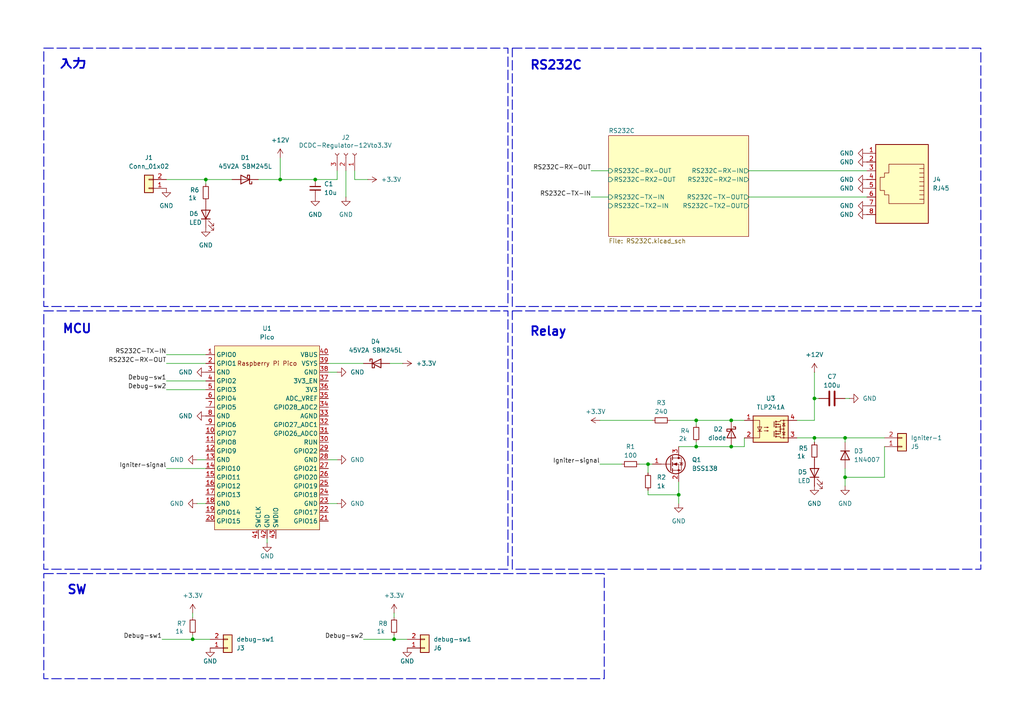
<source format=kicad_sch>
(kicad_sch (version 20231120) (generator "eeschema") (generator_version "8.0")
  (paper "A4")
  (lib_symbols
    (symbol "Connector:Conn_01x03_Socket" (pin_names (offset 1.016) hide)
      (property "Reference" "J" (at 0 5.08 0))
      (property "Value" "Conn_01x03_Socket" (at 0 -5.08 0))
      (symbol "Conn_01x03_Socket_1_1"
        (arc (start 0 -2.032) (mid -0.5058 -2.54) (end 0 -3.048) (stroke (width 0.1524)))
        (polyline (pts (xy -1.27 -2.54) (xy -0.508 -2.54)) (stroke (width 0.1524)))
        (polyline (pts (xy -1.27 0) (xy -0.508 0)) (stroke (width 0.1524)))
        (polyline (pts (xy -1.27 2.54) (xy -0.508 2.54)) (stroke (width 0.1524)))
        (arc (start 0 0.508) (mid -0.5058 0) (end 0 -0.508) (stroke (width 0.1524)))
        (arc (start 0 3.048) (mid -0.5058 2.54) (end 0 2.032) (stroke (width 0.1524)))
        (pin passive line (at -5.08 2.54 0) (length 3.81) (name "Pin_1") (number "1"))
        (pin passive line (at -5.08 0 0) (length 3.81) (name "Pin_2") (number "2"))
        (pin passive line (at -5.08 -2.54 0) (length 3.81) (name "Pin_3") (number "3"))
      )
    )
    (symbol "Connector:RJ45" (pin_names (offset 1.016))
      (property "Reference" "J" (at -5.08 13.97 0))
      (property "Value" "RJ45" (at 2.54 13.97 0))
      (symbol "RJ45_0_1"
        (polyline (pts (xy -5.08 4.445) (xy -6.35 4.445)))
        (polyline (pts (xy -5.08 5.715) (xy -6.35 5.715)))
        (polyline (pts (xy -6.35 -3.175) (xy -5.08 -3.175) (xy -5.08 -3.175)))
        (polyline (pts (xy -6.35 -1.905) (xy -5.08 -1.905) (xy -5.08 -1.905)))
        (polyline (pts (xy -6.35 -0.635) (xy -5.08 -0.635) (xy -5.08 -0.635)))
        (polyline (pts (xy -6.35 0.635) (xy -5.08 0.635) (xy -5.08 0.635)))
        (polyline (pts (xy -6.35 1.905) (xy -5.08 1.905) (xy -5.08 1.905)))
        (polyline (pts (xy -5.08 3.175) (xy -6.35 3.175) (xy -6.35 3.175)))
        (polyline (pts (xy -6.35 -4.445) (xy -6.35 6.985) (xy 3.81 6.985) (xy 3.81 4.445) (xy 5.08 4.445) (xy 5.08 3.175) (xy 6.35 3.175) (xy 6.35 -0.635) (xy 5.08 -0.635) (xy 5.08 -1.905) (xy 3.81 -1.905) (xy 3.81 -4.445) (xy -6.35 -4.445) (xy -6.35 -4.445)))
        (rectangle (start 7.62 12.7) (end -7.62 -10.16) (stroke (width 0.254)) (fill (type background)))
      )
      (symbol "RJ45_1_1"
        (pin passive line (at 10.16 -7.62 180) (length 2.54) (name "~") (number "1"))
        (pin passive line (at 10.16 -5.08 180) (length 2.54) (name "~") (number "2"))
        (pin passive line (at 10.16 -2.54 180) (length 2.54) (name "~") (number "3"))
        (pin passive line (at 10.16 0 180) (length 2.54) (name "~") (number "4"))
        (pin passive line (at 10.16 2.54 180) (length 2.54) (name "~") (number "5"))
        (pin passive line (at 10.16 5.08 180) (length 2.54) (name "~") (number "6"))
        (pin passive line (at 10.16 7.62 180) (length 2.54) (name "~") (number "7"))
        (pin passive line (at 10.16 10.16 180) (length 2.54) (name "~") (number "8"))
      )
    )
    (symbol "Connector_Generic:Conn_01x02" (pin_names (offset 1.016) hide)
      (property "Reference" "J" (at 0 2.54 0))
      (property "Value" "Conn_01x02" (at 0 -5.08 0))
      (symbol "Conn_01x02_1_1"
        (rectangle (start -1.27 -2.413) (end 0 -2.667) (stroke (width 0.1524)))
        (rectangle (start -1.27 0.127) (end 0 -0.127) (stroke (width 0.1524)))
        (rectangle (start -1.27 1.27) (end 1.27 -3.81) (stroke (width 0.254)) (fill (type background)))
        (pin passive line (at -5.08 0 0) (length 3.81) (name "Pin_1") (number "1"))
        (pin passive line (at -5.08 -2.54 0) (length 3.81) (name "Pin_2") (number "2"))
      )
    )
    (symbol "Device:C" (pin_numbers hide) (pin_names (offset 0.254))
      (property "Reference" "C" (at 0.635 2.54 0))
      (property "Value" "C" (at 0.635 -2.54 0))
      (symbol "C_0_1"
        (polyline (pts (xy -2.032 -0.762) (xy 2.032 -0.762)) (stroke (width 0.508)))
        (polyline (pts (xy -2.032 0.762) (xy 2.032 0.762)) (stroke (width 0.508)))
      )
      (symbol "C_1_1"
        (pin passive line (at 0 3.81 270) (length 2.794) (name "~") (number "1"))
        (pin passive line (at 0 -3.81 90) (length 2.794) (name "~") (number "2"))
      )
    )
    (symbol "Device:C_Small" (pin_numbers hide) (pin_names (offset 0.254) hide)
      (property "Reference" "C" (at 0.254 1.778 0))
      (property "Value" "C_Small" (at 0.254 -2.032 0))
      (symbol "C_Small_0_1"
        (polyline (pts (xy -1.524 -0.508) (xy 1.524 -0.508)) (stroke (width 0.3302)))
        (polyline (pts (xy -1.524 0.508) (xy 1.524 0.508)) (stroke (width 0.3048)))
      )
      (symbol "C_Small_1_1"
        (pin passive line (at 0 2.54 270) (length 2.032) (name "~") (number "1"))
        (pin passive line (at 0 -2.54 90) (length 2.032) (name "~") (number "2"))
      )
    )
    (symbol "Device:D_Schottky" (pin_numbers hide) (pin_names (offset 1.016) hide)
      (property "Reference" "D" (at 0 2.54 0))
      (property "Value" "D_Schottky" (at 0 -2.54 0))
      (symbol "D_Schottky_0_1"
        (polyline (pts (xy 1.27 0) (xy -1.27 0)))
        (polyline (pts (xy 1.27 1.27) (xy 1.27 -1.27) (xy -1.27 0) (xy 1.27 1.27)) (stroke (width 0.254)))
        (polyline (pts (xy -1.905 0.635) (xy -1.905 1.27) (xy -1.27 1.27) (xy -1.27 -1.27) (xy -0.635 -1.27) (xy -0.635 -0.635)) (stroke (width 0.254)))
      )
      (symbol "D_Schottky_1_1"
        (pin passive line (at -3.81 0 0) (length 2.54) (name "K") (number "1"))
        (pin passive line (at 3.81 0 180) (length 2.54) (name "A") (number "2"))
      )
    )
    (symbol "Device:LED" (pin_numbers hide) (pin_names (offset 1.016) hide)
      (property "Reference" "D" (at 0 2.54 0))
      (property "Value" "LED" (at 0 -2.54 0))
      (symbol "LED_0_1"
        (polyline (pts (xy -1.27 -1.27) (xy -1.27 1.27)) (stroke (width 0.254)))
        (polyline (pts (xy -1.27 0) (xy 1.27 0)))
        (polyline (pts (xy 1.27 -1.27) (xy 1.27 1.27) (xy -1.27 0) (xy 1.27 -1.27)) (stroke (width 0.254)))
        (polyline (pts (xy -3.048 -0.762) (xy -4.572 -2.286) (xy -3.81 -2.286) (xy -4.572 -2.286) (xy -4.572 -1.524)))
        (polyline (pts (xy -1.778 -0.762) (xy -3.302 -2.286) (xy -2.54 -2.286) (xy -3.302 -2.286) (xy -3.302 -1.524)))
      )
      (symbol "LED_1_1"
        (pin passive line (at -3.81 0 0) (length 2.54) (name "K") (number "1"))
        (pin passive line (at 3.81 0 180) (length 2.54) (name "A") (number "2"))
      )
    )
    (symbol "Device:R_Small" (pin_numbers hide) (pin_names (offset 0.254) hide)
      (property "Reference" "R" (at 0.762 0.508 0))
      (property "Value" "R_Small" (at 0.762 -1.016 0))
      (symbol "R_Small_0_1"
        (rectangle (start -0.762 1.778) (end 0.762 -1.778) (stroke (width 0.2032)))
      )
      (symbol "R_Small_1_1"
        (pin passive line (at 0 2.54 270) (length 0.762) (name "~") (number "1"))
        (pin passive line (at 0 -2.54 90) (length 0.762) (name "~") (number "2"))
      )
    )
    (symbol "Diode:1N4007" (pin_numbers hide) (pin_names hide)
      (property "Reference" "D" (at 0 2.54 0))
      (property "Value" "1N4007" (at 0 -2.54 0))
      (symbol "1N4007_0_1"
        (polyline (pts (xy -1.27 1.27) (xy -1.27 -1.27)) (stroke (width 0.254)))
        (polyline (pts (xy 1.27 0) (xy -1.27 0)))
        (polyline (pts (xy 1.27 1.27) (xy 1.27 -1.27) (xy -1.27 0) (xy 1.27 1.27)) (stroke (width 0.254)))
      )
      (symbol "1N4007_1_1"
        (pin passive line (at -3.81 0 0) (length 2.54) (name "K") (number "1"))
        (pin passive line (at 3.81 0 180) (length 2.54) (name "A") (number "2"))
      )
    )
    (symbol "MCU_RaspberryPi_and_Boards:Pico"
      (property "Reference" "U" (at -13.97 27.94 0))
      (property "Value" "Pico" (at 0 19.05 0))
      (symbol "Pico_0_0"
        (text "Raspberry Pi Pico" (at 0 21.59 0) (effects (font (size 1.27 1.27))))
      )
      (symbol "Pico_0_1"
        (rectangle (start -15.24 26.67) (end 15.24 -26.67) (fill (type background)))
      )
      (symbol "Pico_1_1"
        (pin bidirectional line (at -17.78 24.13 0) (length 2.54) (name "GPIO0") (number "1"))
        (pin bidirectional line (at -17.78 1.27 0) (length 2.54) (name "GPIO7") (number "10"))
        (pin bidirectional line (at -17.78 -1.27 0) (length 2.54) (name "GPIO8") (number "11"))
        (pin bidirectional line (at -17.78 -3.81 0) (length 2.54) (name "GPIO9") (number "12"))
        (pin power_in line (at -17.78 -6.35 0) (length 2.54) (name "GND") (number "13"))
        (pin bidirectional line (at -17.78 -8.89 0) (length 2.54) (name "GPIO10") (number "14"))
        (pin bidirectional line (at -17.78 -11.43 0) (length 2.54) (name "GPIO11") (number "15"))
        (pin bidirectional line (at -17.78 -13.97 0) (length 2.54) (name "GPIO12") (number "16"))
        (pin bidirectional line (at -17.78 -16.51 0) (length 2.54) (name "GPIO13") (number "17"))
        (pin power_in line (at -17.78 -19.05 0) (length 2.54) (name "GND") (number "18"))
        (pin bidirectional line (at -17.78 -21.59 0) (length 2.54) (name "GPIO14") (number "19"))
        (pin bidirectional line (at -17.78 21.59 0) (length 2.54) (name "GPIO1") (number "2"))
        (pin bidirectional line (at -17.78 -24.13 0) (length 2.54) (name "GPIO15") (number "20"))
        (pin bidirectional line (at 17.78 -24.13 180) (length 2.54) (name "GPIO16") (number "21"))
        (pin bidirectional line (at 17.78 -21.59 180) (length 2.54) (name "GPIO17") (number "22"))
        (pin power_in line (at 17.78 -19.05 180) (length 2.54) (name "GND") (number "23"))
        (pin bidirectional line (at 17.78 -16.51 180) (length 2.54) (name "GPIO18") (number "24"))
        (pin bidirectional line (at 17.78 -13.97 180) (length 2.54) (name "GPIO19") (number "25"))
        (pin bidirectional line (at 17.78 -11.43 180) (length 2.54) (name "GPIO20") (number "26"))
        (pin bidirectional line (at 17.78 -8.89 180) (length 2.54) (name "GPIO21") (number "27"))
        (pin power_in line (at 17.78 -6.35 180) (length 2.54) (name "GND") (number "28"))
        (pin bidirectional line (at 17.78 -3.81 180) (length 2.54) (name "GPIO22") (number "29"))
        (pin power_in line (at -17.78 19.05 0) (length 2.54) (name "GND") (number "3"))
        (pin input line (at 17.78 -1.27 180) (length 2.54) (name "RUN") (number "30"))
        (pin bidirectional line (at 17.78 1.27 180) (length 2.54) (name "GPIO26_ADC0") (number "31"))
        (pin bidirectional line (at 17.78 3.81 180) (length 2.54) (name "GPIO27_ADC1") (number "32"))
        (pin power_in line (at 17.78 6.35 180) (length 2.54) (name "AGND") (number "33"))
        (pin bidirectional line (at 17.78 8.89 180) (length 2.54) (name "GPIO28_ADC2") (number "34"))
        (pin power_in line (at 17.78 11.43 180) (length 2.54) (name "ADC_VREF") (number "35"))
        (pin power_in line (at 17.78 13.97 180) (length 2.54) (name "3V3") (number "36"))
        (pin input line (at 17.78 16.51 180) (length 2.54) (name "3V3_EN") (number "37"))
        (pin bidirectional line (at 17.78 19.05 180) (length 2.54) (name "GND") (number "38"))
        (pin power_in line (at 17.78 21.59 180) (length 2.54) (name "VSYS") (number "39"))
        (pin bidirectional line (at -17.78 16.51 0) (length 2.54) (name "GPIO2") (number "4"))
        (pin power_in line (at 17.78 24.13 180) (length 2.54) (name "VBUS") (number "40"))
        (pin input line (at -2.54 -29.21 90) (length 2.54) (name "SWCLK") (number "41"))
        (pin power_in line (at 0 -29.21 90) (length 2.54) (name "GND") (number "42"))
        (pin bidirectional line (at 2.54 -29.21 90) (length 2.54) (name "SWDIO") (number "43"))
        (pin bidirectional line (at -17.78 13.97 0) (length 2.54) (name "GPIO3") (number "5"))
        (pin bidirectional line (at -17.78 11.43 0) (length 2.54) (name "GPIO4") (number "6"))
        (pin bidirectional line (at -17.78 8.89 0) (length 2.54) (name "GPIO5") (number "7"))
        (pin power_in line (at -17.78 6.35 0) (length 2.54) (name "GND") (number "8"))
        (pin bidirectional line (at -17.78 3.81 0) (length 2.54) (name "GPIO6") (number "9"))
      )
    )
    (symbol "Relay_SolidState:TLP222A"
      (property "Reference" "U" (at -5.08 5.08 0))
      (property "Value" "TLP222A" (at 0 5.08 0))
      (symbol "TLP222A_0_1"
        (rectangle (start -5.08 3.81) (end 5.08 -3.81) (stroke (width 0.254)) (fill (type background)))
        (polyline (pts (xy -3.81 -0.635) (xy -2.54 -0.635)))
        (polyline (pts (xy 1.016 -0.635) (xy 1.016 -2.159)) (stroke (width 0.2032)))
        (polyline (pts (xy 1.016 2.159) (xy 1.016 0.635)) (stroke (width 0.2032)))
        (polyline (pts (xy 1.524 -0.508) (xy 1.524 -0.762)) (stroke (width 0.3556)))
        (polyline (pts (xy 2.794 0) (xy 3.81 0)))
        (polyline (pts (xy 3.429 -1.651) (xy 4.191 -1.651)))
        (polyline (pts (xy 3.429 1.651) (xy 4.191 1.651)))
        (polyline (pts (xy 3.81 -2.54) (xy 3.81 2.54)))
        (polyline (pts (xy 1.524 -2.032) (xy 1.524 -2.286) (xy 1.524 -2.286)) (stroke (width 0.3556)))
        (polyline (pts (xy 1.524 -1.27) (xy 1.524 -1.524) (xy 1.524 -1.524)) (stroke (width 0.3556)))
        (polyline (pts (xy 1.524 0.762) (xy 1.524 0.508) (xy 1.524 0.508)) (stroke (width 0.3556)))
        (polyline (pts (xy 1.524 1.524) (xy 1.524 1.27) (xy 1.524 1.27)) (stroke (width 0.3556)))
        (polyline (pts (xy 1.524 2.286) (xy 1.524 2.032) (xy 1.524 2.032)) (stroke (width 0.3556)))
        (polyline (pts (xy 1.651 -1.397) (xy 2.794 -1.397) (xy 2.794 -0.635)))
        (polyline (pts (xy 1.651 1.397) (xy 2.794 1.397) (xy 2.794 0.635)))
        (polyline (pts (xy -5.08 2.54) (xy -3.175 2.54) (xy -3.175 -2.54) (xy -5.08 -2.54)))
        (polyline (pts (xy -3.175 -0.635) (xy -3.81 0.635) (xy -2.54 0.635) (xy -3.175 -0.635)))
        (polyline (pts (xy 1.651 -2.159) (xy 2.794 -2.159) (xy 2.794 -2.54) (xy 5.08 -2.54)))
        (polyline (pts (xy 1.651 -0.635) (xy 2.794 -0.635) (xy 2.794 0.635) (xy 1.651 0.635)))
        (polyline (pts (xy 1.651 2.159) (xy 2.794 2.159) (xy 2.794 2.54) (xy 5.08 2.54)))
        (polyline (pts (xy 1.778 -1.397) (xy 2.286 -1.27) (xy 2.286 -1.524) (xy 1.778 -1.397)))
        (polyline (pts (xy 1.778 1.397) (xy 2.286 1.524) (xy 2.286 1.27) (xy 1.778 1.397)))
        (polyline (pts (xy 3.81 -1.651) (xy 3.429 -0.889) (xy 4.191 -0.889) (xy 3.81 -1.651)))
        (polyline (pts (xy 3.81 1.651) (xy 3.429 0.889) (xy 4.191 0.889) (xy 3.81 1.651)))
        (polyline (pts (xy -1.905 -0.508) (xy -0.635 -0.508) (xy -1.016 -0.635) (xy -1.016 -0.381) (xy -0.635 -0.508)))
        (polyline (pts (xy -1.905 0.508) (xy -0.635 0.508) (xy -1.016 0.381) (xy -1.016 0.635) (xy -0.635 0.508)))
        (circle (center 2.794 -0.635) (radius 0.127))
        (circle (center 2.794 0) (radius 0.127))
        (circle (center 2.794 0.635) (radius 0.127))
        (circle (center 3.81 -2.54) (radius 0.127))
        (circle (center 3.81 0) (radius 0.127))
        (circle (center 3.81 2.54) (radius 0.127))
      )
      (symbol "TLP222A_1_1"
        (pin passive line (at -7.62 2.54 0) (length 2.54) (name "~") (number "1"))
        (pin passive line (at -7.62 -2.54 0) (length 2.54) (name "~") (number "2"))
        (pin passive line (at 7.62 -2.54 180) (length 2.54) (name "~") (number "3"))
        (pin passive line (at 7.62 2.54 180) (length 2.54) (name "~") (number "4"))
      )
    )
    (symbol "Transistor_FET:BSS138" (pin_names hide)
      (property "Reference" "Q" (at 5.08 1.905 0))
      (property "Value" "BSS138" (at 5.08 0 0))
      (symbol "BSS138_0_1"
        (polyline (pts (xy 0.254 0) (xy -2.54 0)))
        (polyline (pts (xy 0.254 1.905) (xy 0.254 -1.905)) (stroke (width 0.254)))
        (polyline (pts (xy 0.762 -1.27) (xy 0.762 -2.286)) (stroke (width 0.254)))
        (polyline (pts (xy 0.762 0.508) (xy 0.762 -0.508)) (stroke (width 0.254)))
        (polyline (pts (xy 0.762 2.286) (xy 0.762 1.27)) (stroke (width 0.254)))
        (polyline (pts (xy 2.54 2.54) (xy 2.54 1.778)))
        (polyline (pts (xy 2.54 -2.54) (xy 2.54 0) (xy 0.762 0)))
        (polyline (pts (xy 0.762 -1.778) (xy 3.302 -1.778) (xy 3.302 1.778) (xy 0.762 1.778)))
        (polyline (pts (xy 1.016 0) (xy 2.032 0.381) (xy 2.032 -0.381) (xy 1.016 0)) (fill (type outline)))
        (polyline (pts (xy 2.794 0.508) (xy 2.921 0.381) (xy 3.683 0.381) (xy 3.81 0.254)))
        (polyline (pts (xy 3.302 0.381) (xy 2.921 -0.254) (xy 3.683 -0.254) (xy 3.302 0.381)))
        (circle (center 1.651 0) (radius 2.794) (stroke (width 0.254)))
        (circle (center 2.54 -1.778) (radius 0.254) (fill (type outline)))
        (circle (center 2.54 1.778) (radius 0.254) (fill (type outline)))
      )
      (symbol "BSS138_1_1"
        (pin input line (at -5.08 0 0) (length 2.54) (name "G") (number "1"))
        (pin passive line (at 2.54 -5.08 90) (length 2.54) (name "S") (number "2"))
        (pin passive line (at 2.54 5.08 270) (length 2.54) (name "D") (number "3"))
      )
    )
    (symbol "power:+12V" (power) (pin_numbers hide) (pin_names (offset 0) hide)
      (property "Value" "+12V" (at 0 3.556 0))
      (symbol "+12V_0_1"
        (polyline (pts (xy -0.762 1.27) (xy 0 2.54)))
        (polyline (pts (xy 0 0) (xy 0 2.54)))
        (polyline (pts (xy 0 2.54) (xy 0.762 1.27)))
      )
      (symbol "+12V_1_1"
        (pin power_in line (at 0 0 90) (length 0) (name "~") (number "1"))
      )
    )
    (symbol "power:+3.3V" (power) (pin_numbers hide) (pin_names (offset 0) hide)
      (property "Value" "+3.3V" (at 0 3.556 0))
      (symbol "+3.3V_0_1"
        (polyline (pts (xy -0.762 1.27) (xy 0 2.54)))
        (polyline (pts (xy 0 0) (xy 0 2.54)))
        (polyline (pts (xy 0 2.54) (xy 0.762 1.27)))
      )
      (symbol "+3.3V_1_1"
        (pin power_in line (at 0 0 90) (length 0) (name "~") (number "1"))
      )
    )
    (symbol "power:GND" (power) (pin_numbers hide) (pin_names (offset 0) hide)
      (property "Value" "GND" (at 0 -3.81 0))
      (symbol "GND_0_1"
        (polyline (pts (xy 0 0) (xy 0 -1.27) (xy 1.27 -1.27) (xy 0 -2.54) (xy -1.27 -1.27) (xy 0 -1.27)))
      )
      (symbol "GND_1_1"
        (pin power_in line (at 0 0 270) (length 0) (name "~") (number "1"))
      )
    )
  )
  (junction (at 187.96 134.62))
  (junction (at 201.93 121.92))
  (junction (at 212.09 121.92))
  (junction (at 91.44 52.07))
  (junction (at 236.22 127))
  (junction (at 212.09 129.54))
  (junction (at 59.69 52.07))
  (junction (at 55.88 185.42))
  (junction (at 196.85 143.51))
  (junction (at 81.28 52.07))
  (junction (at 236.22 115.57))
  (junction (at 245.11 138.43))
  (junction (at 114.3 185.42))
  (junction (at 245.11 127))
  (junction (at 201.93 129.54))
  (wire (pts (xy 237.49 115.57) (xy 236.22 115.57)))
  (wire (pts (xy 113.03 105.41) (xy 116.84 105.41)))
  (wire (pts (xy 187.96 143.51) (xy 196.85 143.51)))
  (wire (pts (xy 256.54 129.54) (xy 256.54 138.43)))
  (wire (pts (xy 217.17 57.15) (xy 251.46 57.15)))
  (wire (pts (xy 59.69 52.07) (xy 67.31 52.07)))
  (wire (pts (xy 246.38 115.57) (xy 245.11 115.57)))
  (wire (pts (xy 201.93 129.54) (xy 212.09 129.54)))
  (wire (pts (xy 196.85 129.54) (xy 201.93 129.54)))
  (wire (pts (xy 55.88 185.42) (xy 60.96 185.42)))
  (wire (pts (xy 256.54 127) (xy 245.11 127)))
  (wire (pts (xy 55.88 184.15) (xy 55.88 185.42)))
  (wire (pts (xy 55.88 177.8) (xy 55.88 179.07)))
  (wire (pts (xy 59.69 146.05) (xy 57.15 146.05)))
  (wire (pts (xy 105.41 185.42) (xy 114.3 185.42)))
  (wire (pts (xy 81.28 45.72) (xy 81.28 52.07)))
  (wire (pts (xy 173.99 121.92) (xy 189.23 121.92)))
  (wire (pts (xy 74.93 52.07) (xy 81.28 52.07)))
  (wire (pts (xy 95.25 105.41) (xy 105.41 105.41)))
  (wire (pts (xy 81.28 52.07) (xy 91.44 52.07)))
  (wire (pts (xy 77.47 156.21) (xy 77.47 157.48)))
  (wire (pts (xy 201.93 123.19) (xy 201.93 121.92)))
  (wire (pts (xy 114.3 184.15) (xy 114.3 185.42)))
  (wire (pts (xy 46.99 185.42) (xy 55.88 185.42)))
  (wire (pts (xy 236.22 127) (xy 245.11 127)))
  (wire (pts (xy 236.22 115.57) (xy 236.22 121.92)))
  (wire (pts (xy 212.09 121.92) (xy 215.9 121.92)))
  (wire (pts (xy 48.26 102.87) (xy 59.69 102.87)))
  (wire (pts (xy 48.26 113.03) (xy 59.69 113.03)))
  (wire (pts (xy 173.99 134.62) (xy 180.34 134.62)))
  (wire (pts (xy 171.45 57.15) (xy 176.53 57.15)))
  (wire (pts (xy 236.22 121.92) (xy 231.14 121.92)))
  (wire (pts (xy 187.96 143.51) (xy 187.96 142.24)))
  (wire (pts (xy 187.96 134.62) (xy 189.23 134.62)))
  (wire (pts (xy 245.11 127) (xy 245.11 128.27)))
  (wire (pts (xy 256.54 138.43) (xy 245.11 138.43)))
  (wire (pts (xy 185.42 134.62) (xy 187.96 134.62)))
  (wire (pts (xy 48.26 135.89) (xy 59.69 135.89)))
  (wire (pts (xy 231.14 127) (xy 236.22 127)))
  (wire (pts (xy 48.26 105.41) (xy 59.69 105.41)))
  (wire (pts (xy 215.9 129.54) (xy 212.09 129.54)))
  (wire (pts (xy 95.25 146.05) (xy 97.79 146.05)))
  (wire (pts (xy 114.3 177.8) (xy 114.3 179.07)))
  (wire (pts (xy 236.22 128.27) (xy 236.22 127)))
  (wire (pts (xy 187.96 134.62) (xy 187.96 137.16)))
  (wire (pts (xy 59.69 53.34) (xy 59.69 52.07)))
  (wire (pts (xy 201.93 128.27) (xy 201.93 129.54)))
  (wire (pts (xy 97.79 52.07) (xy 97.79 49.53)))
  (wire (pts (xy 201.93 121.92) (xy 212.09 121.92)))
  (wire (pts (xy 106.68 52.07) (xy 102.87 52.07)))
  (wire (pts (xy 100.33 49.53) (xy 100.33 57.15)))
  (wire (pts (xy 245.11 138.43) (xy 245.11 140.97)))
  (wire (pts (xy 95.25 133.35) (xy 97.79 133.35)))
  (wire (pts (xy 245.11 135.89) (xy 245.11 138.43)))
  (wire (pts (xy 114.3 185.42) (xy 118.11 185.42)))
  (wire (pts (xy 91.44 52.07) (xy 97.79 52.07)))
  (wire (pts (xy 196.85 143.51) (xy 196.85 146.05)))
  (wire (pts (xy 102.87 52.07) (xy 102.87 49.53)))
  (wire (pts (xy 95.25 107.95) (xy 97.79 107.95)))
  (wire (pts (xy 48.26 52.07) (xy 59.69 52.07)))
  (wire (pts (xy 196.85 143.51) (xy 196.85 139.7)))
  (wire (pts (xy 217.17 49.53) (xy 251.46 49.53)))
  (wire (pts (xy 215.9 127) (xy 215.9 129.54)))
  (wire (pts (xy 59.69 133.35) (xy 57.15 133.35)))
  (wire (pts (xy 171.45 49.53) (xy 176.53 49.53)))
  (wire (pts (xy 194.31 121.92) (xy 201.93 121.92)))
  (wire (pts (xy 236.22 107.95) (xy 236.22 115.57)))
  (wire (pts (xy 48.26 110.49) (xy 59.69 110.49)))
  (rectangle (start 12.7 90.17) (end 147.32 165.1) (stroke (width 0.254) (type dash)))
  (rectangle (start 12.7 13.97) (end 147.32 88.9) (stroke (width 0.254) (type dash)))
  (rectangle (start 148.59 90.17) (end 284.48 165.1) (stroke (width 0.254) (type dash)))
  (rectangle (start 12.7 166.37) (end 175.26 196.85) (stroke (width 0.254) (type dash)))
  (rectangle (start 148.59 13.97) (end 284.48 88.9) (stroke (width 0.254) (type dash)))
  (text "MCU" (at 22.352 95.504 0) (effects (font (size 2.54 2.54) (thickness 0.508) (bold yes))))
  (text "Relay" (at 159.004 96.266 0) (effects (font (size 2.54 2.54) (thickness 0.508) (bold yes))))
  (text "RS232C" (at 161.29 19.05 0) (effects (font (size 2.54 2.54) (thickness 0.508) (bold yes))))
  (text "入力" (at 21.082 18.796 0) (effects (font (size 2.54 2.54) (thickness 0.508) (bold yes))))
  (text "SW" (at 22.352 171.196 0) (effects (font (size 2.54 2.54) (thickness 0.508) (bold yes))))
  (label "Igniter-signal" (at 48.26 135.89 180))
  (label "Debug-sw1" (at 48.26 110.49 180))
  (label "RS232C-TX-IN" (at 48.26 102.87 180))
  (label "Igniter-signal" (at 173.99 134.62 180))
  (label "Debug-sw2" (at 105.41 185.42 180))
  (label "RS232C-RX-OUT" (at 48.26 105.41 180))
  (label "RS232C-RX-OUT" (at 171.45 49.53 180))
  (label "Debug-sw1" (at 46.99 185.42 180))
  (label "Debug-sw2" (at 48.26 113.03 180))
  (label "RS232C-TX-IN" (at 171.45 57.15 180))
  (symbol (lib_id "power:GND") (at 77.47 157.48 0) (unit 1)
    (property "Reference" "#PWR024" (effects (hide yes)))
    (property "Value" "GND" (at 79.502 161.29 0) (effects (justify right)))
    (property "Description" "Power symbol creates a global label with name \"GND\" , ground" (effects (hide yes)))
  )
  (symbol (lib_id "Device:D_Schottky") (at 212.09 125.73 270) (unit 1)
    (property "Reference" "D2" (at 208.28 124.46 90))
    (property "Value" "diode" (at 208.026 127 90))
    (property "Description" "Schottky diode" (effects (hide yes)))
  )
  (symbol (lib_id "Device:R_Small") (at 191.77 121.92 270) (unit 1)
    (property "Reference" "R3" (at 191.77 116.84 90))
    (property "Value" "240" (at 191.77 119.38 90))
    (property "Description" "Resistor, small symbol" (effects (hide yes)))
  )
  (symbol (lib_id "power:GND") (at 196.85 146.05 0) (unit 1)
    (property "Reference" "#PWR015" (effects (hide yes)))
    (property "Value" "GND" (at 196.85 151.13 0))
    (property "Description" "Power symbol creates a global label with name \"GND\" , ground" (effects (hide yes)))
  )
  (symbol (lib_id "Device:R_Small") (at 236.22 130.81 180) (unit 1)
    (property "Reference" "R5" (at 231.648 130.048 0) (effects (justify right)))
    (property "Value" "1k" (at 231.14 132.334 0) (effects (justify right)))
    (property "Description" "Resistor, small symbol" (effects (hide yes)))
  )
  (symbol (lib_id "power:GND") (at 251.46 44.45 270) (unit 1)
    (property "Reference" "#PWR025" (effects (hide yes)))
    (property "Value" "GND" (at 247.65 44.4499 90) (effects (justify right)))
    (property "Description" "Power symbol creates a global label with name \"GND\" , ground" (effects (hide yes)))
  )
  (symbol (lib_id "power:+12V") (at 236.22 107.95 0) (unit 1)
    (property "Reference" "#PWR017" (effects (hide yes)))
    (property "Value" "+12V" (at 236.22 102.87 0))
    (property "Description" "Power symbol creates a global label with name \"+12V\"" (effects (hide yes)))
  )
  (symbol (lib_id "power:GND") (at 97.79 133.35 90) (unit 1)
    (property "Reference" "#PWR020" (effects (hide yes)))
    (property "Value" "GND" (at 101.6 133.3499 90) (effects (justify right)))
    (property "Description" "Power symbol creates a global label with name \"GND\" , ground" (effects (hide yes)))
  )
  (symbol (lib_id "Diode:1N4007") (at 245.11 132.08 270) (unit 1)
    (property "Reference" "D3" (at 247.65 130.8099 90) (effects (justify left)))
    (property "Value" "1N4007" (at 247.65 133.3499 90) (effects (justify left)))
    (property "Footprint" "Diode_THT:D_DO-41_SOD81_P10.16mm_Horizontal" (effects (hide yes)))
    (property "Datasheet" "http://www.vishay.com/docs/88503/1n4001.pdf" (effects (hide yes)))
    (property "Description" "1000V 1A General Purpose Rectifier Diode, DO-41" (effects (hide yes)))
    (property "Sim.Device" "D" (effects (hide yes)))
    (property "Sim.Pins" "1=K 2=A" (effects (hide yes)))
  )
  (symbol (lib_id "Connector_Generic:Conn_01x02") (at 261.62 129.54 0) (mirror x) (unit 1)
    (property "Reference" "J5" (at 264.16 129.5401 0) (effects (justify left)))
    (property "Value" "Igniter-1" (at 264.16 127.0001 0) (effects (justify left)))
    (property "Footprint" "Connector_JST:JST_XH_B2B-XH-A_1x02_P2.50mm_Vertical" (effects (hide yes)))
    (property "Description" "Generic connector, single row, 01x02, script generated (kicad-library-utils/schlib/autogen/connector/)" (effects (hide yes)))
  )
  (symbol (lib_id "power:GND") (at 97.79 146.05 90) (unit 1)
    (property "Reference" "#PWR019" (effects (hide yes)))
    (property "Value" "GND" (at 101.6 146.0499 90) (effects (justify right)))
    (property "Description" "Power symbol creates a global label with name \"GND\" , ground" (effects (hide yes)))
  )
  (symbol (lib_id "power:GND") (at 251.46 62.23 270) (unit 1)
    (property "Reference" "#PWR027" (effects (hide yes)))
    (property "Value" "GND" (at 247.65 62.2299 90) (effects (justify right)))
    (property "Description" "Power symbol creates a global label with name \"GND\" , ground" (effects (hide yes)))
  )
  (symbol (lib_id "power:GND") (at 97.79 107.95 90) (unit 1)
    (property "Reference" "#PWR07" (effects (hide yes)))
    (property "Value" "GND" (at 101.6 107.9499 90) (effects (justify right)))
    (property "Description" "Power symbol creates a global label with name \"GND\" , ground" (effects (hide yes)))
  )
  (symbol (lib_id "power:+3.3V") (at 55.88 177.8 0) (unit 1)
    (property "Reference" "#PWR034" (effects (hide yes)))
    (property "Value" "+3.3V" (at 55.88 172.72 0))
    (property "Description" "Power symbol creates a global label with name \"+3.3V\"" (effects (hide yes)))
  )
  (symbol (lib_id "power:GND") (at 251.46 59.69 270) (unit 1)
    (property "Reference" "#PWR026" (effects (hide yes)))
    (property "Value" "GND" (at 247.65 59.6899 90) (effects (justify right)))
    (property "Description" "Power symbol creates a global label with name \"GND\" , ground" (effects (hide yes)))
  )
  (symbol (lib_id "power:GND") (at 91.44 57.15 0) (unit 1)
    (property "Reference" "#PWR028" (effects (hide yes)))
    (property "Value" "GND" (at 91.44 62.23 0))
    (property "Description" "Power symbol creates a global label with name \"GND\" , ground" (effects (hide yes)))
  )
  (symbol (lib_id "Device:LED") (at 59.69 62.23 90) (unit 1)
    (property "Reference" "D6" (at 54.864 61.976 90) (effects (justify right)))
    (property "Value" "LED" (at 54.864 64.516 90) (effects (justify right)))
    (property "Description" "Light emitting diode" (effects (hide yes)))
  )
  (symbol (lib_id "Device:C") (at 241.3 115.57 90) (unit 1)
    (property "Reference" "C7" (at 241.3 109.22 90))
    (property "Value" "100u" (at 241.3 111.76 90))
    (property "Description" "Unpolarized capacitor" (effects (hide yes)))
  )
  (symbol (lib_id "Connector_Generic:Conn_01x02") (at 66.04 187.96 0) (mirror x) (unit 1)
    (property "Reference" "J3" (at 68.58 187.9601 0) (effects (justify left)))
    (property "Value" "debug-sw1" (at 68.58 185.4201 0) (effects (justify left)))
    (property "Footprint" "Connector_JST:JST_XH_B2B-XH-A_1x02_P2.50mm_Vertical" (effects (hide yes)))
    (property "Description" "Generic connector, single row, 01x02, script generated (kicad-library-utils/schlib/autogen/connector/)" (effects (hide yes)))
  )
  (symbol (lib_id "power:GND") (at 246.38 115.57 90) (unit 1)
    (property "Reference" "#PWR036" (effects (hide yes)))
    (property "Value" "GND" (at 250.19 115.5699 90) (effects (justify right)))
    (property "Description" "Power symbol creates a global label with name \"GND\" , ground" (effects (hide yes)))
  )
  (symbol (lib_id "power:GND") (at 60.96 187.96 0) (unit 1)
    (property "Reference" "#PWR032" (effects (hide yes)))
    (property "Value" "GND" (at 62.992 191.77 0) (effects (justify right)))
    (property "Description" "Power symbol creates a global label with name \"GND\" , ground" (effects (hide yes)))
  )
  (symbol (lib_id "Relay_SolidState:TLP222A") (at 223.52 124.46 0) (unit 1)
    (property "Reference" "U3" (at 223.52 115.57 0))
    (property "Value" "TLP241A" (at 223.52 118.11 0))
    (property "Footprint" "Package_DIP:DIP-4_W7.62mm_LongPads" (effects (hide yes)))
    (property "Datasheet" "https://toshiba.semicon-storage.com/info/docget.jsp?did=17036&prodName=TLP222A" (effects (hide yes)))
    (property "Description" "MOSFET Photorelay 1-Form-A, Voff 60V, Ion 0,5A, DIP4" (effects (hide yes)))
  )
  (symbol (lib_id "Device:R_Small") (at 187.96 139.7 0) (unit 1)
    (property "Reference" "R2" (at 190.5 138.4299 0) (effects (justify left)))
    (property "Value" "1k" (at 190.5 140.9699 0) (effects (justify left)))
    (property "Description" "Resistor, small symbol" (effects (hide yes)))
  )
  (symbol (lib_id "Transistor_FET:BSS138") (at 194.31 134.62 0) (unit 1)
    (property "Reference" "Q1" (at 200.66 133.3499 0) (effects (justify left)))
    (property "Value" "BSS138" (at 200.66 135.8899 0) (effects (justify left)))
    (property "Footprint" "Package_TO_SOT_SMD:SOT-23" (effects (hide yes)))
    (property "Datasheet" "https://www.onsemi.com/pub/Collateral/BSS138-D.PDF" (effects (hide yes)))
    (property "Description" "50V Vds, 0.22A Id, N-Channel MOSFET, SOT-23" (effects (hide yes)))
  )
  (symbol (lib_id "power:GND") (at 59.69 107.95 270) (unit 1)
    (property "Reference" "#PWR014" (effects (hide yes)))
    (property "Value" "GND" (at 55.88 107.9499 90) (effects (justify right)))
    (property "Description" "Power symbol creates a global label with name \"GND\" , ground" (effects (hide yes)))
  )
  (symbol (lib_id "power:GND") (at 251.46 54.61 270) (unit 1)
    (property "Reference" "#PWR011" (effects (hide yes)))
    (property "Value" "GND" (at 247.65 54.6099 90) (effects (justify right)))
    (property "Description" "Power symbol creates a global label with name \"GND\" , ground" (effects (hide yes)))
  )
  (symbol (lib_id "power:+3.3V") (at 106.68 52.07 270) (unit 1)
    (property "Reference" "#PWR05" (effects (hide yes)))
    (property "Value" "+3.3V" (at 110.49 52.0699 90) (effects (justify left)))
    (property "Description" "Power symbol creates a global label with name \"+3.3V\"" (effects (hide yes)))
  )
  (symbol (lib_id "power:GND") (at 57.15 146.05 270) (unit 1)
    (property "Reference" "#PWR023" (effects (hide yes)))
    (property "Value" "GND" (at 53.34 146.0501 90) (effects (justify right)))
    (property "Description" "Power symbol creates a global label with name \"GND\" , ground" (effects (hide yes)))
  )
  (symbol (lib_id "Device:D_Schottky") (at 109.22 105.41 0) (unit 1)
    (property "Reference" "D4" (at 108.9025 99.06 0))
    (property "Value" "45V2A SBM245L" (at 108.9025 101.6 0))
    (property "Footprint" "Diode_THT:D_DO-41_SOD81_P10.16mm_Horizontal" (effects (hide yes)))
    (property "Description" "Schottky diode" (effects (hide yes)))
  )
  (symbol (lib_id "Connector_Generic:Conn_01x02") (at 123.19 187.96 0) (mirror x) (unit 1)
    (property "Reference" "J6" (at 125.73 187.9601 0) (effects (justify left)))
    (property "Value" "debug-sw1" (at 125.73 185.4201 0) (effects (justify left)))
    (property "Footprint" "Connector_JST:JST_XH_B2B-XH-A_1x02_P2.50mm_Vertical" (effects (hide yes)))
    (property "Description" "Generic connector, single row, 01x02, script generated (kicad-library-utils/schlib/autogen/connector/)" (effects (hide yes)))
  )
  (symbol (lib_id "power:GND") (at 118.11 187.96 0) (unit 1)
    (property "Reference" "#PWR033" (effects (hide yes)))
    (property "Value" "GND" (at 120.142 191.77 0) (effects (justify right)))
    (property "Description" "Power symbol creates a global label with name \"GND\" , ground" (effects (hide yes)))
  )
  (symbol (lib_id "power:+12V") (at 81.28 45.72 0) (unit 1)
    (property "Reference" "#PWR029" (effects (hide yes)))
    (property "Value" "+12V" (at 81.28 40.64 0))
    (property "Description" "Power symbol creates a global label with name \"+12V\"" (effects (hide yes)))
  )
  (symbol (lib_id "Device:R_Small") (at 182.88 134.62 270) (unit 1)
    (property "Reference" "R1" (at 182.88 129.54 90))
    (property "Value" "100" (at 182.88 132.08 90))
    (property "Description" "Resistor, small symbol" (effects (hide yes)))
  )
  (symbol (lib_id "power:GND") (at 251.46 52.07 270) (unit 1)
    (property "Reference" "#PWR012" (effects (hide yes)))
    (property "Value" "GND" (at 247.65 52.0699 90) (effects (justify right)))
    (property "Description" "Power symbol creates a global label with name \"GND\" , ground" (effects (hide yes)))
  )
  (symbol (lib_id "power:GND") (at 251.46 46.99 270) (unit 1)
    (property "Reference" "#PWR013" (effects (hide yes)))
    (property "Value" "GND" (at 247.65 46.9899 90) (effects (justify right)))
    (property "Description" "Power symbol creates a global label with name \"GND\" , ground" (effects (hide yes)))
  )
  (symbol (lib_id "power:+3.3V") (at 173.99 121.92 90) (unit 1)
    (property "Reference" "#PWR016" (effects (hide yes)))
    (property "Value" "+3.3V" (at 172.72 119.38 90))
    (property "Description" "Power symbol creates a global label with name \"+3.3V\"" (effects (hide yes)))
  )
  (symbol (lib_id "Device:R_Small") (at 201.93 125.73 180) (unit 1)
    (property "Reference" "R4" (at 197.358 124.968 0) (effects (justify right)))
    (property "Value" "2k" (at 196.85 127.254 0) (effects (justify right)))
    (property "Description" "Resistor, small symbol" (effects (hide yes)))
  )
  (symbol (lib_id "Connector_Generic:Conn_01x02") (at 43.18 54.61 180) (unit 1)
    (property "Reference" "J1" (at 43.18 45.72 0))
    (property "Value" "Conn_01x02" (at 43.18 48.26 0))
    (property "Footprint" "Connector_AMASS:AMASS_XT60-M_1x02_P7.20mm_Vertical" (effects (hide yes)))
    (property "Description" "Generic connector, single row, 01x02, script generated (kicad-library-utils/schlib/autogen/connector/)" (effects (hide yes)))
  )
  (symbol (lib_id "Device:C_Small") (at 91.44 54.61 0) (unit 1)
    (property "Reference" "C1" (at 93.98 53.3462 0) (effects (justify left)))
    (property "Value" "10u" (at 93.98 55.8862 0) (effects (justify left)))
    (property "Description" "Unpolarized capacitor, small symbol" (effects (hide yes)))
  )
  (symbol (lib_id "power:GND") (at 59.69 120.65 270) (unit 1)
    (property "Reference" "#PWR021" (effects (hide yes)))
    (property "Value" "GND" (at 55.88 120.6501 90) (effects (justify right)))
    (property "Description" "Power symbol creates a global label with name \"GND\" , ground" (effects (hide yes)))
  )
  (symbol (lib_id "power:GND") (at 48.26 54.61 0) (unit 1)
    (property "Reference" "#PWR01" (effects (hide yes)))
    (property "Value" "GND" (at 48.26 59.69 0))
    (property "Description" "Power symbol creates a global label with name \"GND\" , ground" (effects (hide yes)))
  )
  (symbol (lib_id "power:GND") (at 245.11 140.97 0) (unit 1)
    (property "Reference" "#PWR018" (effects (hide yes)))
    (property "Value" "GND" (at 245.11 146.05 0))
    (property "Description" "Power symbol creates a global label with name \"GND\" , ground" (effects (hide yes)))
  )
  (symbol (lib_id "Device:R_Small") (at 55.88 181.61 180) (unit 1)
    (property "Reference" "R7" (at 51.308 180.848 0) (effects (justify right)))
    (property "Value" "1k" (at 50.8 183.134 0) (effects (justify right)))
    (property "Description" "Resistor, small symbol" (effects (hide yes)))
  )
  (symbol (lib_id "power:GND") (at 236.22 140.97 0) (unit 1)
    (property "Reference" "#PWR030" (effects (hide yes)))
    (property "Value" "GND" (at 236.22 146.05 0))
    (property "Description" "Power symbol creates a global label with name \"GND\" , ground" (effects (hide yes)))
  )
  (symbol (lib_id "power:+3.3V") (at 116.84 105.41 270) (unit 1)
    (property "Reference" "#PWR06" (effects (hide yes)))
    (property "Value" "+3.3V" (at 120.65 105.4099 90) (effects (justify left)))
    (property "Description" "Power symbol creates a global label with name \"+3.3V\"" (effects (hide yes)))
  )
  (symbol (lib_id "Device:LED") (at 236.22 137.16 90) (unit 1)
    (property "Reference" "D5" (at 231.394 136.906 90) (effects (justify right)))
    (property "Value" "LED" (at 231.394 139.446 90) (effects (justify right)))
    (property "Description" "Light emitting diode" (effects (hide yes)))
  )
  (symbol (lib_id "Connector:RJ45") (at 261.62 52.07 180) (unit 1)
    (property "Reference" "J4" (at 270.51 52.0699 0) (effects (justify right)))
    (property "Value" "RJ45" (at 270.51 54.6099 0) (effects (justify right)))
    (property "Description" "RJ connector, 8P8C (8 positions 8 connected)" (effects (hide yes)))
  )
  (symbol (lib_id "Connector:Conn_01x03_Socket") (at 100.33 44.45 270) (mirror x) (unit 1)
    (property "Reference" "J2" (at 99.06 39.878 90) (effects (justify left)))
    (property "Value" "DCDC-Regulator-12Vto3.3V" (at 86.614 42.164 90) (effects (justify left)))
    (property "Footprint" "Connector_PinSocket_2.54mm:PinSocket_1x03_P2.54mm_Horizontal" (effects (hide yes)))
    (property "Description" "Generic connector, single row, 01x03, script generated" (effects (hide yes)))
  )
  (symbol (lib_id "power:GND") (at 100.33 57.15 0) (unit 1)
    (property "Reference" "#PWR04" (effects (hide yes)))
    (property "Value" "GND" (at 100.33 62.23 0))
    (property "Description" "Power symbol creates a global label with name \"GND\" , ground" (effects (hide yes)))
  )
  (symbol (lib_id "Device:R_Small") (at 114.3 181.61 180) (unit 1)
    (property "Reference" "R8" (at 109.728 180.848 0) (effects (justify right)))
    (property "Value" "1k" (at 109.22 183.134 0) (effects (justify right)))
    (property "Description" "Resistor, small symbol" (effects (hide yes)))
  )
  (symbol (lib_id "MCU_RaspberryPi_and_Boards:Pico") (at 77.47 127 0) (unit 1)
    (property "Reference" "U1" (at 77.47 95.25 0))
    (property "Value" "Pico" (at 77.47 97.79 0))
    (property "Footprint" "MCU_RaspberryPi_and_Boards:RPi_Pico_SMD_TH" (effects (hide yes)))
  )
  (symbol (lib_id "Device:D_Schottky") (at 71.12 52.07 180) (unit 1)
    (property "Reference" "D1" (at 71.12 45.72 0))
    (property "Value" "45V2A SBM245L" (at 71.12 48.26 0))
    (property "Footprint" "Diode_THT:D_DO-41_SOD81_P10.16mm_Horizontal" (effects (hide yes)))
    (property "Description" "Schottky diode" (effects (hide yes)))
  )
  (symbol (lib_id "power:GND") (at 57.15 133.35 270) (unit 1)
    (property "Reference" "#PWR022" (effects (hide yes)))
    (property "Value" "GND" (at 53.34 133.3501 90) (effects (justify right)))
    (property "Description" "Power symbol creates a global label with name \"GND\" , ground" (effects (hide yes)))
  )
  (symbol (lib_id "power:GND") (at 59.69 66.04 0) (unit 1)
    (property "Reference" "#PWR031" (effects (hide yes)))
    (property "Value" "GND" (at 59.69 71.12 0))
    (property "Description" "Power symbol creates a global label with name \"GND\" , ground" (effects (hide yes)))
  )
  (symbol (lib_id "Device:R_Small") (at 59.69 55.88 180) (unit 1)
    (property "Reference" "R6" (at 55.118 55.118 0) (effects (justify right)))
    (property "Value" "1k" (at 54.61 57.404 0) (effects (justify right)))
    (property "Description" "Resistor, small symbol" (effects (hide yes)))
  )
  (symbol (lib_id "power:+3.3V") (at 114.3 177.8 0) (unit 1)
    (property "Reference" "#PWR035" (effects (hide yes)))
    (property "Value" "+3.3V" (at 114.3 172.72 0))
    (property "Description" "Power symbol creates a global label with name \"+3.3V\"" (effects (hide yes)))
  )
  (sheet (at 176.53 39.37) (size 40.64 29.21) (stroke (width 0.1524)) (fill (color 255 255 194 1.0000))
    (property "Sheetname" "RS232C" (at 176.53 38.6584 0) (effects (justify left bottom)))
    (property "Sheetfile" "RS232C.kicad_sch" (at 176.53 69.1646 0) (effects (justify left top)))
    (pin "RS232C-RX2-OUT" input (at 176.53 52.07 180))
    (pin "RS232C-RX-OUT" input (at 176.53 49.53 180))
    (pin "RS232C-TX2-IN" input (at 176.53 59.69 180))
    (pin "RS232C-TX-IN" input (at 176.53 57.15 180))
    (pin "RS232C-TX2-OUT" output (at 217.17 59.69 0))
    (pin "RS232C-RX2-IN" output (at 217.17 52.07 0))
    (pin "RS232C-TX-OUT" output (at 217.17 57.15 0))
    (pin "RS232C-RX-IN" output (at 217.17 49.53 0))
  )
)
</source>
